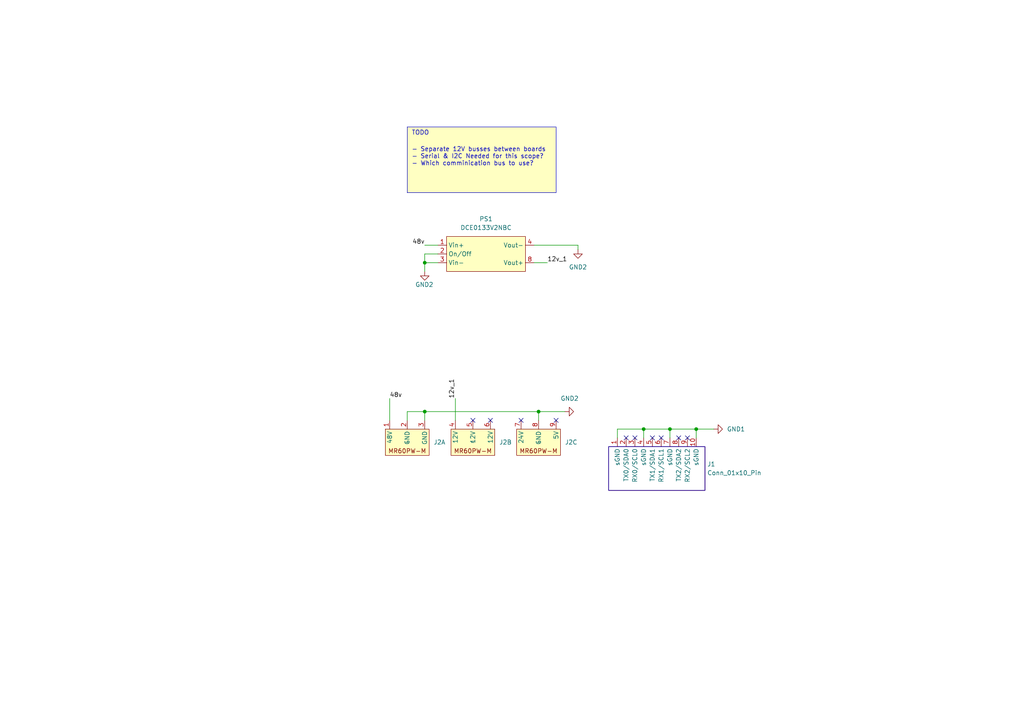
<source format=kicad_sch>
(kicad_sch (version 20230121) (generator eeschema)
  (paper "A4")
  (title_block (title "Scope 2 48V to 12V Converter - Bus 1") (date "2024-03-06") (rev "V0.5") (company "Kelpie Robotics"))
  (lib_symbols
    (symbol "2024-backplane:Backplane_Card_Edge"
      (property "Reference" "J" (at -10.16 -15.24 0))
      (symbol "Backplane_Card_Edge_0_1"
        (rectangle (start -12.7 0) (end 15.24 -12.7))
      )
      (symbol "Backplane_Card_Edge_1_1"
        (pin bidirectional line (at -10.16 2.54 270) (length 2.54) (name "sGND") (number "1"))
        (pin bidirectional line (at 12.7 2.54 270) (length 2.54) (name "sGND") (number "10"))
        (pin bidirectional line (at -7.62 2.54 270) (length 2.54) (name "TX0/SDA0") (number "2"))
        (pin bidirectional line (at -5.08 2.54 270) (length 2.54) (name "RX0/SCL0") (number "3"))
        (pin bidirectional line (at -2.54 2.54 270) (length 2.54) (name "sGND") (number "4"))
        (pin bidirectional line (at 0 2.54 270) (length 2.54) (name "TX1/SDA1") (number "5"))
        (pin bidirectional line (at 2.54 2.54 270) (length 2.54) (name "RX1/SCL1") (number "6"))
        (pin bidirectional line (at 5.08 2.54 270) (length 2.54) (name "sGND") (number "7"))
        (pin bidirectional line (at 7.62 2.54 270) (length 2.54) (name "TX2/SDA2") (number "8"))
        (pin bidirectional line (at 10.16 2.54 270) (length 2.54) (name "RX2/SCL2") (number "9"))
      )
    )
    (symbol "2024-backplane:MR60PW-M_X3"
      (property "Reference" "J" (at -3.81 11.43 0))
      (symbol "MR60PW-M_X3_1_1"
        (rectangle (start -10.16 10.16) (end 2.54 2.54) (fill (type background)))
        (text "MR60PW-M\n" (at -3.81 8.89 0) (effects (font (size 1.27 1.27))))
        (pin bidirectional line (at -8.89 0 90) (length 2.54) (name "48V") (number "1"))
        (pin bidirectional line (at -3.81 0 90) (length 2.54) (name "GND") (number "2"))
        (pin bidirectional line (at 1.27 0 90) (length 2.54) (name "GND") (number "3"))
      )
      (symbol "MR60PW-M_X3_2_1"
        (rectangle (start -10.16 10.16) (end 2.54 2.54) (fill (type background)))
        (text "MR60PW-M\n" (at -3.81 8.89 0) (effects (font (size 1.27 1.27))))
        (pin bidirectional line (at -8.89 0 90) (length 2.54) (name "12V") (number "4"))
        (pin bidirectional line (at -3.81 0 90) (length 2.54) (name "12V") (number "5"))
        (pin bidirectional line (at 1.27 0 90) (length 2.54) (name "12V") (number "6"))
      )
      (symbol "MR60PW-M_X3_3_1"
        (rectangle (start -10.16 10.16) (end 2.54 2.54) (fill (type background)))
        (text "MR60PW-M\n" (at -3.81 8.89 0) (effects (font (size 1.27 1.27))))
        (pin bidirectional line (at -8.89 0 90) (length 2.54) (name "24V") (number "7"))
        (pin bidirectional line (at -3.81 0 90) (length 2.54) (name "GND") (number "8"))
        (pin bidirectional line (at 1.27 0 90) (length 2.54) (name "5V") (number "9"))
      )
    )
    (symbol "2024-power:Murata_DCE0133V2NBC"
      (property "Reference" "PS" (at 1.27 16.51 0))
      (property "Value" "DCE0133V2NBC" (at 11.43 -1.27 0))
      (symbol "Murata_DCE0133V2NBC_1_1"
        (rectangle (start 0 10.16) (end 22.86 0) (fill (type background)))
        (pin power_in line (at -2.54 7.62 0) (length 2.54) (name "Vin+") (number "1"))
        (pin input line (at -2.54 5.08 0) (length 2.54) (name "On/Off") (number "2"))
        (pin power_in line (at -2.54 2.54 0) (length 2.54) (name "Vin-") (number "3"))
        (pin power_out line (at 25.4 7.62 180) (length 2.54) (name "Vout-") (number "4"))
        (pin power_out line (at 25.4 2.54 180) (length 2.54) (name "Vout+") (number "8"))
      )
    )
    (symbol "MR60PW-M_X3_1"
      (property "Reference" "J" (at -3.81 11.43 0))
      (symbol "MR60PW-M_X3_1_1_1"
        (rectangle (start -10.16 10.16) (end 2.54 2.54) (fill (type background)))
        (text "MR60PW-M\n" (at -3.81 8.89 0) (effects (font (size 1.27 1.27))))
        (pin bidirectional line (at -8.89 0 90) (length 2.54) (name "48V") (number "1"))
        (pin bidirectional line (at -3.81 0 90) (length 2.54) (name "GND") (number "2"))
        (pin bidirectional line (at 1.27 0 90) (length 2.54) (name "GND") (number "3"))
      )
      (symbol "MR60PW-M_X3_1_2_1"
        (rectangle (start -10.16 10.16) (end 2.54 2.54) (fill (type background)))
        (text "MR60PW-M\n" (at -3.81 8.89 0) (effects (font (size 1.27 1.27))))
        (pin bidirectional line (at -8.89 0 90) (length 2.54) (name "12V") (number "4"))
        (pin bidirectional line (at -3.81 0 90) (length 2.54) (name "12V") (number "5"))
        (pin bidirectional line (at 1.27 0 90) (length 2.54) (name "12V") (number "6"))
      )
      (symbol "MR60PW-M_X3_1_3_1"
        (rectangle (start -10.16 10.16) (end 2.54 2.54) (fill (type background)))
        (text "MR60PW-M\n" (at -3.81 8.89 0) (effects (font (size 1.27 1.27))))
        (pin bidirectional line (at -8.89 0 90) (length 2.54) (name "24V") (number "7"))
        (pin bidirectional line (at -3.81 0 90) (length 2.54) (name "GND") (number "8"))
        (pin bidirectional line (at 1.27 0 90) (length 2.54) (name "5V") (number "9"))
      )
    )
    (symbol "power:GND1" (power) (pin_names (offset 0))
      (property "Value" "GND1" (at 0 -3.81 0))
      (symbol "GND1_0_1"
        (polyline (pts (xy 0 0) (xy 0 -1.27) (xy 1.27 -1.27) (xy 0 -2.54) (xy -1.27 -1.27) (xy 0 -1.27)))
      )
      (symbol "GND1_1_1"
        (pin power_in line (at 0 0 270) (length 0) hide (name "GND1") (number "1"))
      )
    )
    (symbol "power:GND2" (power) (pin_names (offset 0))
      (property "Value" "GND2" (at 0 -3.81 0))
      (symbol "GND2_0_1"
        (polyline (pts (xy 0 0) (xy 0 -1.27) (xy 1.27 -1.27) (xy 0 -2.54) (xy -1.27 -1.27) (xy 0 -1.27)))
      )
      (symbol "GND2_1_1"
        (pin power_in line (at 0 0 270) (length 0) hide (name "GND2") (number "1"))
      )
    )
  )
  (junction (at 123.19 76.2))
  (junction (at 186.69 124.46))
  (junction (at 156.21 119.38))
  (junction (at 201.93 124.46))
  (junction (at 123.19 119.38))
  (junction (at 194.31 124.46))
  (no_connect (at 161.29 121.92))
  (no_connect (at 151.13 121.92))
  (no_connect (at 199.39 127))
  (no_connect (at 181.61 127))
  (no_connect (at 184.15 127))
  (no_connect (at 191.77 127))
  (no_connect (at 189.23 127))
  (no_connect (at 142.24 121.92))
  (no_connect (at 196.85 127))
  (no_connect (at 137.16 121.92))
  (wire (pts (xy 167.64 71.12) (xy 167.64 72.39)))
  (wire (pts (xy 118.11 119.38) (xy 123.19 119.38)))
  (wire (pts (xy 118.11 119.38) (xy 118.11 121.92)))
  (wire (pts (xy 194.31 124.46) (xy 201.93 124.46)))
  (wire (pts (xy 154.94 71.12) (xy 167.64 71.12)))
  (wire (pts (xy 179.07 124.46) (xy 186.69 124.46)))
  (wire (pts (xy 127 76.2) (xy 123.19 76.2)))
  (wire (pts (xy 127 73.66) (xy 123.19 73.66)))
  (wire (pts (xy 123.19 119.38) (xy 156.21 119.38)))
  (wire (pts (xy 123.19 71.12) (xy 127 71.12)))
  (wire (pts (xy 156.21 119.38) (xy 156.21 121.92)))
  (wire (pts (xy 179.07 127) (xy 179.07 124.46)))
  (wire (pts (xy 186.69 127) (xy 186.69 124.46)))
  (wire (pts (xy 132.08 115.57) (xy 132.08 121.92)))
  (wire (pts (xy 201.93 124.46) (xy 207.01 124.46)))
  (wire (pts (xy 123.19 76.2) (xy 123.19 78.74)))
  (wire (pts (xy 154.94 76.2) (xy 158.75 76.2)))
  (wire (pts (xy 113.03 115.57) (xy 113.03 121.92)))
  (wire (pts (xy 123.19 121.92) (xy 123.19 119.38)))
  (wire (pts (xy 201.93 127) (xy 201.93 124.46)))
  (wire (pts (xy 156.21 119.38) (xy 163.83 119.38)))
  (wire (pts (xy 186.69 124.46) (xy 194.31 124.46)))
  (wire (pts (xy 123.19 73.66) (xy 123.19 76.2)))
  (wire (pts (xy 194.31 127) (xy 194.31 124.46)))
  (rectangle (start 176.53 129.54) (end 204.47 142.24))
  (rectangle (start 118.11 36.83) (end 161.29 55.88) (fill (type color) (color 255 255 194 1)))
  (text "TODO\n" (at 119.38 39.37 0) (effects (font (size 1.27 1.27)) (justify left bottom)))
  (text "- Separate 12V busses between boards\n- Serial & I2C Needed for this scope?\n- Which comminication bus to use?\n" (at 119.38 48.26 0) (effects (font (size 1.27 1.27)) (justify left bottom)))
  (label "12v_1" (at 132.08 115.57 90))
  (label "48v" (at 123.19 71.12 180))
  (label "12v_1" (at 158.75 76.2 0))
  (label "48v" (at 113.03 115.57 0))
  (symbol (lib_id "2024-power:Murata_DCE0133V2NBC") (at 129.54 78.74 0) (unit 1)
    (property "Reference" "PS1" (at 140.97 63.5 0))
    (property "Value" "DCE0133V2NBC" (at 140.97 66.04 0))
    (property "Footprint" "2024-power:Murata DCE0133V2NBC" (effects hide))
    (property "Datasheet" "https://www.murata.com/products/productdata/8807028916254/dse-dae-dce.pdf" (effects hide))
  )
  (symbol (lib_id "power:GND2") (at 167.64 72.39 0) (unit 1)
    (property "Reference" "#PWR07" (effects hide))
    (property "Value" "GND2" (at 167.64 77.47 0))
  )
  (symbol (lib_name "MR60PW-M_X3_1") (lib_id "2024-backplane:MR60PW-M_X3") (at 121.92 121.92 0) (mirror x) (unit 1)
    (property "Reference" "J2" (at 125.73 128.27 0) (effects (justify left)))
    (property "Value" "~" (at 118.11 128.27 0))
    (property "Footprint" "2024-backplane:MR60PW-M_X3" (effects hide))
    (property "Datasheet" "https://www.tme.com/Document/fd4b3517709a946d7b01cf4810656931/MR60PW-M.pdf" (effects hide))
  )
  (symbol (lib_id "2024-backplane:MR60PW-M_X3") (at 140.97 121.92 0) (mirror x) (unit 2)
    (property "Reference" "J2" (at 144.78 128.27 0) (effects (justify left)))
    (property "Value" "~" (at 137.16 128.27 0))
    (property "Footprint" "2024-backplane:MR60PW-M_X3" (effects hide))
    (property "Datasheet" "https://www.tme.com/Document/fd4b3517709a946d7b01cf4810656931/MR60PW-M.pdf" (effects hide))
  )
  (symbol (lib_id "2024-backplane:Backplane_Card_Edge") (at 189.23 129.54 0) (unit 1)
    (property "Reference" "J1" (at 205.105 134.62 0) (effects (justify left)))
    (property "Value" "Conn_01x10_Pin" (at 205.105 137.16 0) (effects (justify left)))
    (property "Footprint" "2024-backplane:CardEdge_2x10" (effects hide))
  )
  (symbol (lib_id "2024-backplane:MR60PW-M_X3") (at 160.02 121.92 0) (mirror x) (unit 3)
    (property "Reference" "J2" (at 163.83 128.27 0) (effects (justify left)))
    (property "Value" "~" (at 156.21 128.27 0))
    (property "Footprint" "2024-backplane:MR60PW-M_X3" (effects hide))
    (property "Datasheet" "https://www.tme.com/Document/fd4b3517709a946d7b01cf4810656931/MR60PW-M.pdf" (effects hide))
  )
  (symbol (lib_id "power:GND2") (at 123.19 78.74 0) (unit 1)
    (property "Reference" "#PWR06" (effects hide))
    (property "Value" "GND2" (at 125.73 82.55 0) (effects (justify right)))
  )
  (symbol (lib_id "power:GND1") (at 207.01 124.46 90) (unit 1)
    (property "Reference" "#PWR01" (effects hide))
    (property "Value" "GND1" (at 210.82 124.46 90) (effects (justify right)))
  )
  (symbol (lib_id "power:GND2") (at 163.83 119.38 90) (unit 1)
    (property "Reference" "#PWR02" (effects hide))
    (property "Value" "GND2" (at 162.56 115.57 90) (effects (justify right)))
  )
)
</source>
